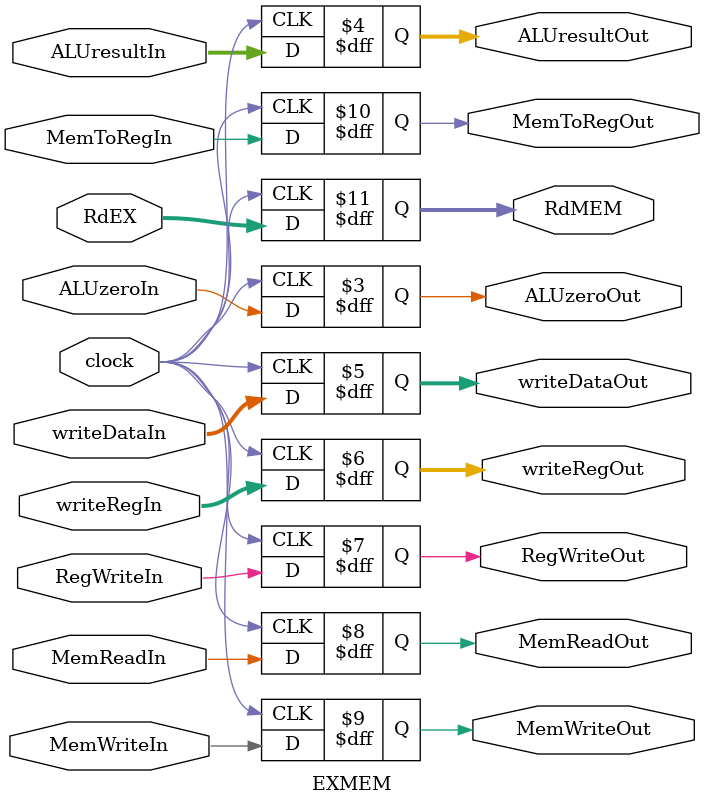
<source format=v>
module EXMEM(clock, ALUzeroIn, ALUzeroOut, ALUresultIn, ALUresultOut, writeDataIn, writeDataOut, writeRegIn, writeRegOut, 
		RegWriteIn, MemReadIn, MemWriteIn, MemToRegIn, 
		RegWriteOut, MemReadOut, MemWriteOut, MemToRegOut, 
		RdEX, RdMEM); 
	input clock; 
	input ALUzeroIn; 
	input [63:0] ALUresultIn; 
	input [63:0] writeDataIn; 
	input [4:0] writeRegIn; 
	input RegWriteIn, MemReadIn, MemWriteIn, MemToRegIn; 
	input [4:0] RdEX; 
	
	output reg ALUzeroOut; 
	output reg[63:0] ALUresultOut; 
	output reg[63:0] writeDataOut; 
	output reg[4:0] writeRegOut; 
	output reg RegWriteOut, MemReadOut, MemWriteOut,MemToRegOut; 
	output reg[4:0] RdMEM; 
	
	initial begin 
		ALUzeroOut = 1'b0; 
		ALUresultOut = 64'b0; 
		writeDataOut = 64'b0; 
		writeRegOut = 5'b0; 
		RegWriteOut = 1'b0;
		MemReadOut  = 1'b0;
		MemWriteOut  = 1'b0;
		MemToRegOut  = 1'b0;
		RdMEM  = 5'b0;
	end 

	always @(negedge clock) begin
		ALUzeroOut <= ALUzeroIn; 
		ALUresultOut <= ALUresultIn; 
		writeDataOut <= writeDataIn; 
		writeRegOut <= writeRegIn; 
		RegWriteOut <= RegWriteIn; 
		MemReadOut <= MemReadIn; 
		MemWriteOut <= MemWriteIn; 
		MemToRegOut <= MemToRegIn; 
		RdMEM <= RdEX; 
	end 
endmodule

</source>
